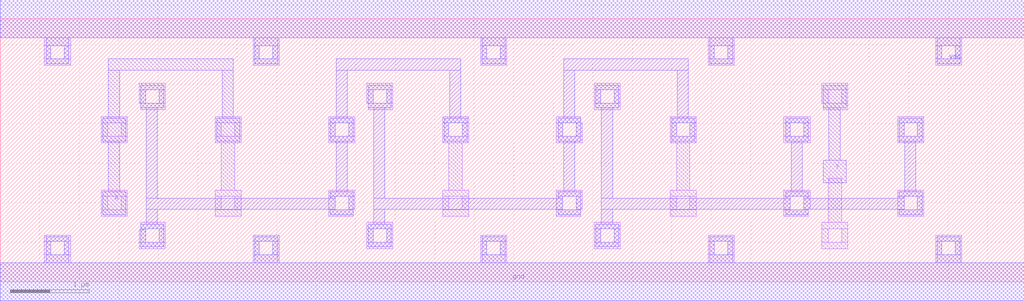
<source format=lef>
VERSION 5.7 ;
  NOWIREEXTENSIONATPIN ON ;
  DIVIDERCHAR "/" ;
  BUSBITCHARS "[]" ;
MACRO CLKBUF1
  CLASS CORE ;
  FOREIGN CLKBUF1 ;
  ORIGIN 0.000 0.000 ;
  SIZE 12.960 BY 3.330 ;
  SYMMETRY X Y R90 ;
  SITE unit ;
  PIN vdd
    DIRECTION INOUT ;
    USE POWER ;
    SHAPE ABUTMENT ;
    PORT
      LAYER met1 ;
        RECT 0.000 3.090 12.960 3.570 ;
        RECT 0.580 2.990 0.870 3.090 ;
        RECT 0.580 2.820 0.640 2.990 ;
        RECT 0.810 2.820 0.870 2.990 ;
        RECT 0.580 2.760 0.870 2.820 ;
        RECT 3.220 2.990 3.510 3.090 ;
        RECT 3.220 2.820 3.280 2.990 ;
        RECT 3.450 2.820 3.510 2.990 ;
        RECT 3.220 2.760 3.510 2.820 ;
        RECT 6.100 2.990 6.390 3.090 ;
        RECT 6.100 2.820 6.160 2.990 ;
        RECT 6.330 2.820 6.390 2.990 ;
        RECT 6.100 2.760 6.390 2.820 ;
        RECT 8.980 2.990 9.270 3.090 ;
        RECT 8.980 2.820 9.040 2.990 ;
        RECT 9.210 2.820 9.270 2.990 ;
        RECT 8.980 2.760 9.270 2.820 ;
        RECT 11.860 2.990 12.150 3.090 ;
        RECT 11.860 2.820 11.920 2.990 ;
        RECT 12.090 2.820 12.150 2.990 ;
        RECT 11.860 2.760 12.150 2.820 ;
    END
    PORT
      LAYER li1 ;
        RECT 0.000 3.090 12.960 3.570 ;
        RECT 0.560 2.990 0.890 3.090 ;
        RECT 0.560 2.820 0.640 2.990 ;
        RECT 0.810 2.820 0.890 2.990 ;
        RECT 0.560 2.740 0.890 2.820 ;
        RECT 3.200 2.990 3.530 3.090 ;
        RECT 3.200 2.820 3.280 2.990 ;
        RECT 3.450 2.820 3.530 2.990 ;
        RECT 3.200 2.740 3.530 2.820 ;
        RECT 6.080 2.990 6.410 3.090 ;
        RECT 6.080 2.820 6.160 2.990 ;
        RECT 6.330 2.820 6.410 2.990 ;
        RECT 6.080 2.740 6.410 2.820 ;
        RECT 8.960 2.990 9.290 3.090 ;
        RECT 8.960 2.820 9.040 2.990 ;
        RECT 9.210 2.820 9.290 2.990 ;
        RECT 8.960 2.740 9.290 2.820 ;
        RECT 11.840 2.990 12.170 3.090 ;
        RECT 11.840 2.820 11.920 2.990 ;
        RECT 12.090 2.820 12.170 2.990 ;
        RECT 11.840 2.740 12.170 2.820 ;
    END
  END vdd
  PIN gnd
    DIRECTION INOUT ;
    USE GROUND ;
    SHAPE ABUTMENT ;
    PORT
      LAYER met1 ;
        RECT 0.580 0.510 0.870 0.570 ;
        RECT 0.580 0.340 0.640 0.510 ;
        RECT 0.810 0.340 0.870 0.510 ;
        RECT 0.580 0.240 0.870 0.340 ;
        RECT 3.220 0.510 3.510 0.570 ;
        RECT 3.220 0.340 3.280 0.510 ;
        RECT 3.450 0.340 3.510 0.510 ;
        RECT 3.220 0.240 3.510 0.340 ;
        RECT 6.100 0.510 6.390 0.570 ;
        RECT 6.100 0.340 6.160 0.510 ;
        RECT 6.330 0.340 6.390 0.510 ;
        RECT 6.100 0.240 6.390 0.340 ;
        RECT 8.980 0.510 9.270 0.570 ;
        RECT 8.980 0.340 9.040 0.510 ;
        RECT 9.210 0.340 9.270 0.510 ;
        RECT 8.980 0.240 9.270 0.340 ;
        RECT 11.860 0.510 12.150 0.570 ;
        RECT 11.860 0.340 11.920 0.510 ;
        RECT 12.090 0.340 12.150 0.510 ;
        RECT 11.860 0.240 12.150 0.340 ;
        RECT 0.000 -0.240 12.960 0.240 ;
    END
    PORT
      LAYER li1 ;
        RECT 0.560 0.510 0.890 0.590 ;
        RECT 0.560 0.340 0.640 0.510 ;
        RECT 0.810 0.340 0.890 0.510 ;
        RECT 0.560 0.240 0.890 0.340 ;
        RECT 3.200 0.510 3.530 0.590 ;
        RECT 3.200 0.340 3.280 0.510 ;
        RECT 3.450 0.340 3.530 0.510 ;
        RECT 3.200 0.240 3.530 0.340 ;
        RECT 6.080 0.510 6.410 0.590 ;
        RECT 6.080 0.340 6.160 0.510 ;
        RECT 6.330 0.340 6.410 0.510 ;
        RECT 6.080 0.240 6.410 0.340 ;
        RECT 8.960 0.510 9.290 0.590 ;
        RECT 8.960 0.340 9.040 0.510 ;
        RECT 9.210 0.340 9.290 0.510 ;
        RECT 8.960 0.240 9.290 0.340 ;
        RECT 11.840 0.510 12.170 0.590 ;
        RECT 11.840 0.340 11.920 0.510 ;
        RECT 12.090 0.340 12.170 0.510 ;
        RECT 11.840 0.240 12.170 0.340 ;
        RECT 0.000 -0.240 12.960 0.240 ;
    END
  END gnd
  PIN Y
    DIRECTION INOUT ;
    USE SIGNAL ;
    SHAPE ABUTMENT ;
    PORT
      LAYER met1 ;
        RECT 10.420 2.200 10.710 2.490 ;
        RECT 10.490 1.540 10.630 2.200 ;
        RECT 10.420 1.250 10.710 1.540 ;
    END
  END Y
  PIN A
    DIRECTION INOUT ;
    USE SIGNAL ;
    SHAPE ABUTMENT ;
    PORT
      LAYER met1 ;
        RECT 1.370 2.680 2.950 2.820 ;
        RECT 1.370 2.070 1.510 2.680 ;
        RECT 2.810 2.070 2.950 2.680 ;
        RECT 1.300 1.780 1.590 2.070 ;
        RECT 2.740 1.780 3.030 2.070 ;
        RECT 1.370 1.140 1.510 1.780 ;
        RECT 1.300 0.850 1.590 1.140 ;
    END
  END A
  OBS
      LAYER li1 ;
        RECT 1.760 2.430 2.090 2.510 ;
        RECT 1.760 2.260 1.840 2.430 ;
        RECT 2.010 2.260 2.090 2.430 ;
        RECT 4.640 2.430 4.970 2.510 ;
        RECT 4.640 2.260 4.720 2.430 ;
        RECT 4.890 2.260 4.970 2.430 ;
        RECT 1.780 2.180 2.090 2.260 ;
        RECT 4.660 2.180 4.970 2.260 ;
        RECT 7.520 2.430 7.850 2.510 ;
        RECT 7.520 2.260 7.600 2.430 ;
        RECT 7.770 2.260 7.850 2.430 ;
        RECT 10.400 2.430 10.730 2.510 ;
        RECT 10.400 2.260 10.480 2.430 ;
        RECT 10.650 2.260 10.730 2.430 ;
        RECT 7.520 2.180 7.850 2.260 ;
        RECT 10.420 2.180 10.730 2.260 ;
        RECT 1.280 2.010 1.610 2.090 ;
        RECT 1.280 1.840 1.360 2.010 ;
        RECT 1.530 1.840 1.610 2.010 ;
        RECT 1.280 1.760 1.610 1.840 ;
        RECT 2.720 2.010 3.050 2.090 ;
        RECT 2.720 1.840 2.800 2.010 ;
        RECT 2.970 1.840 3.050 2.010 ;
        RECT 2.720 1.760 3.050 1.840 ;
        RECT 4.160 2.010 4.490 2.090 ;
        RECT 4.160 1.840 4.240 2.010 ;
        RECT 4.410 1.840 4.490 2.010 ;
        RECT 4.160 1.760 4.490 1.840 ;
        RECT 5.600 2.010 5.930 2.090 ;
        RECT 5.600 1.840 5.680 2.010 ;
        RECT 5.850 1.840 5.930 2.010 ;
        RECT 5.600 1.760 5.930 1.840 ;
        RECT 7.040 2.010 7.350 2.090 ;
        RECT 8.480 2.010 8.810 2.090 ;
        RECT 7.040 1.840 7.120 2.010 ;
        RECT 7.290 1.840 7.370 2.010 ;
        RECT 7.040 1.760 7.370 1.840 ;
        RECT 8.480 1.840 8.560 2.010 ;
        RECT 8.730 1.840 8.810 2.010 ;
        RECT 8.480 1.760 8.810 1.840 ;
        RECT 9.920 2.010 10.250 2.090 ;
        RECT 9.920 1.840 10.000 2.010 ;
        RECT 10.170 1.840 10.250 2.010 ;
        RECT 9.920 1.760 10.250 1.840 ;
        RECT 11.360 2.010 11.690 2.090 ;
        RECT 11.360 1.840 11.440 2.010 ;
        RECT 11.610 1.840 11.690 2.010 ;
        RECT 11.360 1.760 11.690 1.840 ;
        RECT 2.800 1.160 2.970 1.760 ;
        RECT 5.680 1.160 5.850 1.760 ;
        RECT 8.560 1.160 8.730 1.760 ;
        RECT 1.280 1.080 1.610 1.160 ;
        RECT 1.280 0.910 1.360 1.080 ;
        RECT 1.530 0.910 1.610 1.080 ;
        RECT 1.280 0.830 1.610 0.910 ;
        RECT 2.720 1.080 3.050 1.160 ;
        RECT 2.720 0.910 2.800 1.080 ;
        RECT 2.970 0.910 3.050 1.080 ;
        RECT 2.720 0.830 3.050 0.910 ;
        RECT 4.160 1.080 4.490 1.160 ;
        RECT 4.160 0.910 4.240 1.080 ;
        RECT 4.410 0.920 4.490 1.080 ;
        RECT 5.600 1.080 5.930 1.160 ;
        RECT 4.410 0.910 4.470 0.920 ;
        RECT 4.160 0.830 4.470 0.910 ;
        RECT 5.600 0.910 5.680 1.080 ;
        RECT 5.850 0.910 5.930 1.080 ;
        RECT 5.600 0.830 5.930 0.910 ;
        RECT 7.040 1.080 7.370 1.160 ;
        RECT 7.040 0.910 7.120 1.080 ;
        RECT 7.290 0.920 7.370 1.080 ;
        RECT 8.480 1.080 8.810 1.160 ;
        RECT 7.290 0.910 7.350 0.920 ;
        RECT 7.040 0.830 7.350 0.910 ;
        RECT 8.480 0.910 8.560 1.080 ;
        RECT 8.730 0.910 8.810 1.080 ;
        RECT 8.480 0.830 8.810 0.910 ;
        RECT 9.920 1.080 10.250 1.160 ;
        RECT 9.920 0.910 10.000 1.080 ;
        RECT 10.170 0.920 10.250 1.080 ;
        RECT 10.170 0.910 10.230 0.920 ;
        RECT 9.920 0.830 10.230 0.910 ;
        RECT 10.480 0.750 10.650 1.310 ;
        RECT 11.360 1.080 11.690 1.160 ;
        RECT 11.360 0.910 11.440 1.080 ;
        RECT 11.610 0.910 11.690 1.080 ;
        RECT 11.360 0.830 11.690 0.910 ;
        RECT 1.780 0.670 2.090 0.750 ;
        RECT 1.780 0.660 1.840 0.670 ;
        RECT 1.760 0.500 1.840 0.660 ;
        RECT 2.010 0.500 2.090 0.670 ;
        RECT 1.760 0.420 2.090 0.500 ;
        RECT 4.640 0.670 4.970 0.750 ;
        RECT 4.640 0.500 4.720 0.670 ;
        RECT 4.890 0.500 4.970 0.670 ;
        RECT 4.640 0.420 4.970 0.500 ;
        RECT 7.520 0.670 7.850 0.750 ;
        RECT 7.520 0.500 7.600 0.670 ;
        RECT 7.770 0.500 7.850 0.670 ;
        RECT 7.520 0.420 7.850 0.500 ;
        RECT 10.400 0.670 10.730 0.750 ;
        RECT 10.400 0.500 10.480 0.670 ;
        RECT 10.650 0.500 10.730 0.670 ;
        RECT 10.400 0.420 10.730 0.500 ;
      LAYER met1 ;
        RECT 4.250 2.680 5.830 2.820 ;
        RECT 1.780 2.430 2.070 2.490 ;
        RECT 1.780 2.260 1.840 2.430 ;
        RECT 2.010 2.260 2.070 2.430 ;
        RECT 1.780 2.200 2.070 2.260 ;
        RECT 1.850 1.060 1.990 2.200 ;
        RECT 4.250 2.070 4.390 2.680 ;
        RECT 4.660 2.430 4.950 2.490 ;
        RECT 4.660 2.260 4.720 2.430 ;
        RECT 4.890 2.260 4.950 2.430 ;
        RECT 4.660 2.200 4.950 2.260 ;
        RECT 4.180 2.010 4.470 2.070 ;
        RECT 4.180 1.840 4.240 2.010 ;
        RECT 4.410 1.840 4.470 2.010 ;
        RECT 4.180 1.780 4.470 1.840 ;
        RECT 4.250 1.140 4.390 1.780 ;
        RECT 4.180 1.080 4.470 1.140 ;
        RECT 4.180 1.060 4.240 1.080 ;
        RECT 1.850 0.920 4.240 1.060 ;
        RECT 1.850 0.730 1.990 0.920 ;
        RECT 4.180 0.910 4.240 0.920 ;
        RECT 4.410 0.910 4.470 1.080 ;
        RECT 4.180 0.850 4.470 0.910 ;
        RECT 4.730 1.060 4.870 2.200 ;
        RECT 5.690 2.070 5.830 2.680 ;
        RECT 7.130 2.680 8.710 2.820 ;
        RECT 7.130 2.070 7.270 2.680 ;
        RECT 7.540 2.430 7.830 2.490 ;
        RECT 7.540 2.260 7.600 2.430 ;
        RECT 7.770 2.260 7.830 2.430 ;
        RECT 7.540 2.200 7.830 2.260 ;
        RECT 5.620 2.010 5.910 2.070 ;
        RECT 5.620 1.840 5.680 2.010 ;
        RECT 5.850 1.840 5.910 2.010 ;
        RECT 5.620 1.780 5.910 1.840 ;
        RECT 7.060 2.010 7.350 2.070 ;
        RECT 7.060 1.840 7.120 2.010 ;
        RECT 7.290 1.840 7.350 2.010 ;
        RECT 7.060 1.780 7.350 1.840 ;
        RECT 7.130 1.140 7.270 1.780 ;
        RECT 7.060 1.080 7.350 1.140 ;
        RECT 7.060 1.060 7.120 1.080 ;
        RECT 4.730 0.920 7.120 1.060 ;
        RECT 4.730 0.730 4.870 0.920 ;
        RECT 7.060 0.910 7.120 0.920 ;
        RECT 7.290 0.910 7.350 1.080 ;
        RECT 7.060 0.850 7.350 0.910 ;
        RECT 7.610 1.060 7.750 2.200 ;
        RECT 8.570 2.070 8.710 2.680 ;
        RECT 8.500 2.010 8.790 2.070 ;
        RECT 8.500 1.840 8.560 2.010 ;
        RECT 8.730 1.840 8.790 2.010 ;
        RECT 8.500 1.780 8.790 1.840 ;
        RECT 9.940 2.010 10.230 2.070 ;
        RECT 9.940 1.840 10.000 2.010 ;
        RECT 10.170 1.840 10.230 2.010 ;
        RECT 9.940 1.780 10.230 1.840 ;
        RECT 11.380 2.010 11.670 2.070 ;
        RECT 11.380 1.840 11.440 2.010 ;
        RECT 11.610 1.840 11.670 2.010 ;
        RECT 11.380 1.780 11.670 1.840 ;
        RECT 10.010 1.140 10.150 1.780 ;
        RECT 11.450 1.140 11.590 1.780 ;
        RECT 9.940 1.080 10.230 1.140 ;
        RECT 9.940 1.060 10.000 1.080 ;
        RECT 7.610 0.920 10.000 1.060 ;
        RECT 7.610 0.730 7.750 0.920 ;
        RECT 9.940 0.910 10.000 0.920 ;
        RECT 10.170 1.060 10.230 1.080 ;
        RECT 11.380 1.080 11.670 1.140 ;
        RECT 11.380 1.060 11.440 1.080 ;
        RECT 10.170 0.920 11.440 1.060 ;
        RECT 10.170 0.910 10.230 0.920 ;
        RECT 9.940 0.850 10.230 0.910 ;
        RECT 11.380 0.910 11.440 0.920 ;
        RECT 11.610 0.910 11.670 1.080 ;
        RECT 11.380 0.850 11.670 0.910 ;
        RECT 1.780 0.670 2.070 0.730 ;
        RECT 1.780 0.500 1.840 0.670 ;
        RECT 2.010 0.500 2.070 0.670 ;
        RECT 1.780 0.440 2.070 0.500 ;
        RECT 4.660 0.670 4.950 0.730 ;
        RECT 4.660 0.500 4.720 0.670 ;
        RECT 4.890 0.500 4.950 0.670 ;
        RECT 4.660 0.440 4.950 0.500 ;
        RECT 7.540 0.670 7.830 0.730 ;
        RECT 7.540 0.500 7.600 0.670 ;
        RECT 7.770 0.500 7.830 0.670 ;
        RECT 7.540 0.440 7.830 0.500 ;
  END
END CLKBUF1
END LIBRARY


</source>
